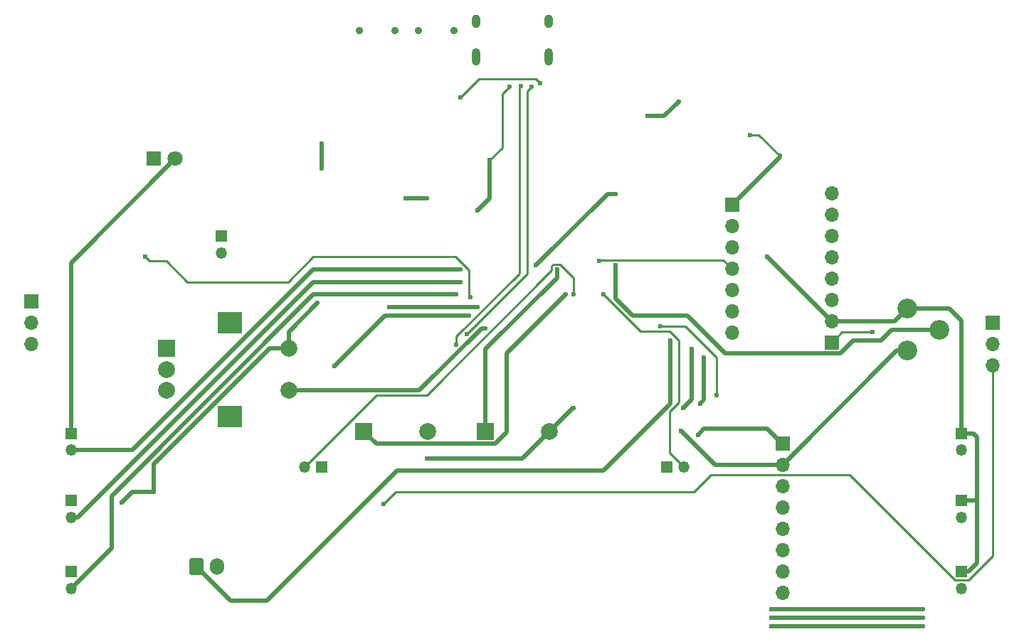
<source format=gbr>
%TF.GenerationSoftware,KiCad,Pcbnew,7.0.8*%
%TF.CreationDate,2023-10-07T23:20:30+02:00*%
%TF.ProjectId,FC_Wheel_PCB,46435f57-6865-4656-9c5f-5043422e6b69,rev?*%
%TF.SameCoordinates,Original*%
%TF.FileFunction,Copper,L2,Bot*%
%TF.FilePolarity,Positive*%
%FSLAX46Y46*%
G04 Gerber Fmt 4.6, Leading zero omitted, Abs format (unit mm)*
G04 Created by KiCad (PCBNEW 7.0.8) date 2023-10-07 23:20:30*
%MOMM*%
%LPD*%
G01*
G04 APERTURE LIST*
G04 Aperture macros list*
%AMRoundRect*
0 Rectangle with rounded corners*
0 $1 Rounding radius*
0 $2 $3 $4 $5 $6 $7 $8 $9 X,Y pos of 4 corners*
0 Add a 4 corners polygon primitive as box body*
4,1,4,$2,$3,$4,$5,$6,$7,$8,$9,$2,$3,0*
0 Add four circle primitives for the rounded corners*
1,1,$1+$1,$2,$3*
1,1,$1+$1,$4,$5*
1,1,$1+$1,$6,$7*
1,1,$1+$1,$8,$9*
0 Add four rect primitives between the rounded corners*
20,1,$1+$1,$2,$3,$4,$5,0*
20,1,$1+$1,$4,$5,$6,$7,0*
20,1,$1+$1,$6,$7,$8,$9,0*
20,1,$1+$1,$8,$9,$2,$3,0*%
G04 Aperture macros list end*
%TA.AperFunction,ComponentPad*%
%ADD10R,1.700000X1.700000*%
%TD*%
%TA.AperFunction,ComponentPad*%
%ADD11O,1.700000X1.700000*%
%TD*%
%TA.AperFunction,ComponentPad*%
%ADD12R,1.350000X1.350000*%
%TD*%
%TA.AperFunction,ComponentPad*%
%ADD13O,1.350000X1.350000*%
%TD*%
%TA.AperFunction,ComponentPad*%
%ADD14R,1.800000X1.800000*%
%TD*%
%TA.AperFunction,ComponentPad*%
%ADD15C,1.800000*%
%TD*%
%TA.AperFunction,ComponentPad*%
%ADD16C,0.900000*%
%TD*%
%TA.AperFunction,ComponentPad*%
%ADD17RoundRect,0.250000X-0.600000X-0.750000X0.600000X-0.750000X0.600000X0.750000X-0.600000X0.750000X0*%
%TD*%
%TA.AperFunction,ComponentPad*%
%ADD18O,1.700000X2.000000*%
%TD*%
%TA.AperFunction,ComponentPad*%
%ADD19R,2.000000X2.000000*%
%TD*%
%TA.AperFunction,ComponentPad*%
%ADD20C,2.000000*%
%TD*%
%TA.AperFunction,ComponentPad*%
%ADD21R,3.000000X2.500000*%
%TD*%
%TA.AperFunction,ComponentPad*%
%ADD22O,1.000000X1.600000*%
%TD*%
%TA.AperFunction,ComponentPad*%
%ADD23O,1.000000X2.100000*%
%TD*%
%TA.AperFunction,ComponentPad*%
%ADD24C,2.340000*%
%TD*%
%TA.AperFunction,ViaPad*%
%ADD25C,0.600000*%
%TD*%
%TA.AperFunction,Conductor*%
%ADD26C,0.250000*%
%TD*%
%TA.AperFunction,Conductor*%
%ADD27C,0.500000*%
%TD*%
G04 APERTURE END LIST*
D10*
%TO.P,J6,1,Pin_1*%
%TO.N,Earth*%
X156325000Y-91825000D03*
D11*
%TO.P,J6,2,Pin_2*%
%TO.N,+3V3*%
X156325000Y-94365000D03*
%TO.P,J6,3,Pin_3*%
%TO.N,VCC*%
X156325000Y-96905000D03*
%TO.P,J6,4,Pin_4*%
%TO.N,/IO42*%
X156325000Y-99445000D03*
%TO.P,J6,5,Pin_5*%
%TO.N,/IO14*%
X156325000Y-101985000D03*
%TO.P,J6,6,Pin_6*%
%TO.N,/SDA*%
X156325000Y-104525000D03*
%TO.P,J6,7,Pin_7*%
%TO.N,/SCL*%
X156325000Y-107065000D03*
%TD*%
D12*
%TO.P,BTN5,1,A*%
%TO.N,+3V3*%
X77675000Y-127025000D03*
D13*
%TO.P,BTN5,2,B*%
%TO.N,/BTN5*%
X77675000Y-129025000D03*
%TD*%
D14*
%TO.P,D1,1,K*%
%TO.N,Net-(D1-K)*%
X87520000Y-86340000D03*
D15*
%TO.P,D1,2,A*%
%TO.N,+3V3*%
X90060000Y-86340000D03*
%TD*%
D12*
%TO.P,PADDLE2,1,A*%
%TO.N,+3V3*%
X148575000Y-123025000D03*
D13*
%TO.P,PADDLE2,2,B*%
%TO.N,/L_PADDLE*%
X150575000Y-123025000D03*
%TD*%
D16*
%TO.P,S1,MH1,MH1*%
%TO.N,Earth*%
X123250000Y-71025000D03*
%TO.P,S1,MH2,MH2*%
X119000000Y-71025000D03*
%TD*%
D12*
%TO.P,BTN6,1,A*%
%TO.N,+3V3*%
X77675000Y-135525000D03*
D13*
%TO.P,BTN6,2,B*%
%TO.N,/BTN6*%
X77675000Y-137525000D03*
%TD*%
D17*
%TO.P,BT1,1,+*%
%TO.N,VCC*%
X92575000Y-134935000D03*
D18*
%TO.P,BT1,2,-*%
%TO.N,Net-(BT1--)*%
X95075000Y-134935000D03*
%TD*%
D10*
%TO.P,J2,1,Pin_1*%
%TO.N,Earth*%
X168175000Y-108235000D03*
D11*
%TO.P,J2,2,Pin_2*%
%TO.N,+3V3*%
X168175000Y-105695000D03*
%TO.P,J2,3,Pin_3*%
%TO.N,/SCK*%
X168175000Y-103155000D03*
%TO.P,J2,4,Pin_4*%
%TO.N,/MOSI*%
X168175000Y-100615000D03*
%TO.P,J2,5,Pin_5*%
%TO.N,unconnected-(J2-Pin_5-Pad5)*%
X168175000Y-98075000D03*
%TO.P,J2,6,Pin_6*%
%TO.N,unconnected-(J2-Pin_6-Pad6)*%
X168175000Y-95535000D03*
%TO.P,J2,7,Pin_7*%
%TO.N,unconnected-(J2-Pin_7-Pad7)*%
X168175000Y-92995000D03*
%TO.P,J2,8,Pin_8*%
%TO.N,/MISO*%
X168175000Y-90455000D03*
%TD*%
D12*
%TO.P,BTN3,1,A*%
%TO.N,+3V3*%
X183625000Y-135525000D03*
D13*
%TO.P,BTN3,2,B*%
%TO.N,/BTN3*%
X183625000Y-137525000D03*
%TD*%
D12*
%TO.P,PADDLE1,1,A*%
%TO.N,+3V3*%
X107475000Y-123025000D03*
D13*
%TO.P,PADDLE1,2,B*%
%TO.N,/R_PADDLE*%
X105475000Y-123025000D03*
%TD*%
D12*
%TO.P,BTN4,1,A*%
%TO.N,+3V3*%
X77675000Y-119025000D03*
D13*
%TO.P,BTN4,2,B*%
%TO.N,/BTN4*%
X77675000Y-121025000D03*
%TD*%
D12*
%TO.P,BTN2,1,A*%
%TO.N,+3V3*%
X183625000Y-127025000D03*
D13*
%TO.P,BTN2,2,B*%
%TO.N,/BTN2*%
X183625000Y-129025000D03*
%TD*%
D12*
%TO.P,BTN1,1,A*%
%TO.N,+3V3*%
X183625000Y-119025000D03*
D13*
%TO.P,BTN1,2,B*%
%TO.N,/BTN1*%
X183625000Y-121025000D03*
%TD*%
D10*
%TO.P,J4,1,Pin_1*%
%TO.N,Earth*%
X187325000Y-105825000D03*
D11*
%TO.P,J4,2,Pin_2*%
%TO.N,/L_TRIGGER*%
X187325000Y-108365000D03*
%TO.P,J4,3,Pin_3*%
%TO.N,+3V0*%
X187325000Y-110905000D03*
%TD*%
D19*
%TO.P,BZ2,1,-*%
%TO.N,/BUZZER_PIN2*%
X126975000Y-118825000D03*
D20*
%TO.P,BZ2,2,+*%
%TO.N,Earth*%
X134575000Y-118825000D03*
%TD*%
%TO.P,SW10,S2,S2*%
%TO.N,/ENC_SW*%
X103575000Y-113935000D03*
%TO.P,SW10,S1,S1*%
%TO.N,Earth*%
X103575000Y-108935000D03*
D21*
%TO.P,SW10,MP*%
%TO.N,N/C*%
X96575000Y-117035000D03*
X96575000Y-105835000D03*
D20*
%TO.P,SW10,C,C*%
%TO.N,Earth*%
X89075000Y-111435000D03*
%TO.P,SW10,B,B*%
%TO.N,/ENC_B*%
X89075000Y-113935000D03*
D19*
%TO.P,SW10,A,A*%
%TO.N,/ENC_A*%
X89075000Y-108935000D03*
%TD*%
D10*
%TO.P,J3,1,Pin_1*%
%TO.N,+3V3*%
X162325000Y-120235000D03*
D11*
%TO.P,J3,2,Pin_2*%
%TO.N,Earth*%
X162325000Y-122775000D03*
%TO.P,J3,3,Pin_3*%
%TO.N,/SCL*%
X162325000Y-125315000D03*
%TO.P,J3,4,Pin_4*%
%TO.N,/SDA*%
X162325000Y-127855000D03*
%TO.P,J3,5,Pin_5*%
%TO.N,unconnected-(J3-Pin_5-Pad5)*%
X162325000Y-130395000D03*
%TO.P,J3,6,Pin_6*%
%TO.N,unconnected-(J3-Pin_6-Pad6)*%
X162325000Y-132935000D03*
%TO.P,J3,7,Pin_7*%
%TO.N,unconnected-(J3-Pin_7-Pad7)*%
X162325000Y-135475000D03*
%TO.P,J3,8,Pin_8*%
%TO.N,unconnected-(J3-Pin_8-Pad8)*%
X162325000Y-138015000D03*
%TD*%
D22*
%TO.P,J1,S1,SHIELD*%
%TO.N,Earth*%
X125835000Y-69995000D03*
D23*
X125835000Y-74175000D03*
D22*
X134475000Y-69995000D03*
D23*
X134475000Y-74175000D03*
%TD*%
D16*
%TO.P,S2,MH1,MH1*%
%TO.N,Earth*%
X116250000Y-71026000D03*
%TO.P,S2,MH2,MH2*%
X112000000Y-71026000D03*
%TD*%
D19*
%TO.P,BZ1,1,-*%
%TO.N,/BUZZER_PIN1*%
X112475000Y-118775000D03*
D20*
%TO.P,BZ1,2,+*%
%TO.N,Earth*%
X120075000Y-118775000D03*
%TD*%
D10*
%TO.P,J5,1,Pin_1*%
%TO.N,Earth*%
X72975000Y-103325000D03*
D11*
%TO.P,J5,2,Pin_2*%
%TO.N,/R_TRIGGER*%
X72975000Y-105865000D03*
%TO.P,J5,3,Pin_3*%
%TO.N,+3V0*%
X72975000Y-108405000D03*
%TD*%
D13*
%TO.P,SW3,2,B*%
%TO.N,Net-(BT1--)*%
X95575000Y-97525000D03*
D12*
%TO.P,SW3,1,A*%
%TO.N,Earth*%
X95575000Y-95525000D03*
%TD*%
D24*
%TO.P,Volume1,1,1*%
%TO.N,+3V3*%
X177185000Y-104175000D03*
%TO.P,Volume1,2,2*%
%TO.N,/Volume_pot*%
X180985000Y-106675000D03*
%TO.P,Volume1,3,3*%
%TO.N,Earth*%
X177185000Y-109175000D03*
%TD*%
D25*
%TO.N,/IO42*%
X140500000Y-98500000D03*
%TO.N,/SDA*%
X150500000Y-116000000D03*
%TO.N,/SCL*%
X152500000Y-115500000D03*
X153000000Y-110000000D03*
%TO.N,/SDA*%
X151500000Y-109000000D03*
%TO.N,VCC*%
X149000000Y-108000000D03*
%TO.N,/BUZZER_PIN1*%
X136500000Y-102500000D03*
%TO.N,/BUZZER_PIN2*%
X135500000Y-99500000D03*
%TO.N,/R_PADDLE*%
X137500000Y-102500000D03*
%TO.N,+3V3*%
X152277978Y-119219216D03*
X142500000Y-90500000D03*
X160500000Y-98000000D03*
X120000000Y-91000000D03*
X133000000Y-99000000D03*
X117500000Y-91000000D03*
%TO.N,+5V*%
X146257719Y-81251514D03*
X150000000Y-79500000D03*
%TO.N,Net-(J1-CC1)*%
X124000000Y-79000000D03*
X133500000Y-77356183D03*
%TO.N,/USB_D+*%
X123500000Y-108500000D03*
X131197262Y-77698294D03*
%TO.N,/USB_D-*%
X132488142Y-77748233D03*
X124767658Y-107232341D03*
%TO.N,Earth*%
X126000000Y-92500000D03*
X107000000Y-103500000D03*
X137500000Y-116000000D03*
X83738804Y-127237695D03*
X120000000Y-122000000D03*
X127500000Y-86500000D03*
X150250000Y-118750000D03*
X129853746Y-77719275D03*
X162000000Y-86000000D03*
X158500000Y-83500000D03*
X107500000Y-84500000D03*
X173000000Y-107000000D03*
X87500000Y-126000000D03*
X107500000Y-87500000D03*
%TO.N,/ENC_A*%
X115500000Y-104000000D03*
X126000000Y-104000000D03*
%TO.N,/ENC_B*%
X125000000Y-105000000D03*
X109000000Y-111000000D03*
%TO.N,/BTN1*%
X161000000Y-142000000D03*
X179000000Y-142000000D03*
%TO.N,/BTN4*%
X124000000Y-99500000D03*
%TO.N,/BTN2*%
X161000000Y-141000000D03*
X179000000Y-141000000D03*
%TO.N,/BTN5*%
X124000000Y-101000000D03*
%TO.N,/BTN3*%
X161000000Y-140000000D03*
X179000000Y-140000000D03*
%TO.N,/BTN6*%
X123500000Y-102500000D03*
%TO.N,/ENC_SW*%
X127000000Y-106500000D03*
%TO.N,/L_PADDLE*%
X141000000Y-102500000D03*
%TO.N,+3V0*%
X114865908Y-127474522D03*
%TO.N,/L_TRIGGER*%
X147764791Y-106259538D03*
X154500000Y-114500000D03*
%TO.N,/R_TRIGGER*%
X86500000Y-98000000D03*
X125171235Y-102769139D03*
%TO.N,/Volume_pot*%
X142500000Y-99000000D03*
%TD*%
D26*
%TO.N,/IO42*%
X140625000Y-98375000D02*
X140500000Y-98500000D01*
X155255000Y-98375000D02*
X140625000Y-98375000D01*
X156325000Y-99445000D02*
X155255000Y-98375000D01*
D27*
%TO.N,/BUZZER_PIN1*%
X112475000Y-118775000D02*
X113975000Y-120275000D01*
X113975000Y-120275000D02*
X128161396Y-120275000D01*
X129500000Y-118936396D02*
X129500000Y-109500000D01*
X128161396Y-120275000D02*
X129500000Y-118936396D01*
X129500000Y-109500000D02*
X136500000Y-102500000D01*
%TO.N,VCC*%
X96640000Y-139000000D02*
X92575000Y-134935000D01*
X101000000Y-139000000D02*
X96640000Y-139000000D01*
X116500000Y-123500000D02*
X101000000Y-139000000D01*
X149000000Y-108000000D02*
X149000000Y-115500000D01*
X149000000Y-115500000D02*
X141000000Y-123500000D01*
X141000000Y-123500000D02*
X116500000Y-123500000D01*
D26*
%TO.N,/L_PADDLE*%
X145384538Y-106884538D02*
X141000000Y-102500000D01*
X148884538Y-106884538D02*
X145384538Y-106884538D01*
X148875000Y-121325000D02*
X148875000Y-116438172D01*
X148875000Y-116438172D02*
X150000000Y-115313172D01*
X150000000Y-108000000D02*
X148884538Y-106884538D01*
X150575000Y-123025000D02*
X148875000Y-121325000D01*
X150000000Y-115313172D02*
X150000000Y-108000000D01*
D27*
%TO.N,/SCL*%
X153000000Y-115000000D02*
X152500000Y-115500000D01*
X153000000Y-110000000D02*
X153000000Y-115000000D01*
%TO.N,/SDA*%
X151500000Y-115000000D02*
X151500000Y-109000000D01*
X150500000Y-116000000D02*
X151500000Y-115000000D01*
D26*
%TO.N,/L_TRIGGER*%
X150759538Y-106259538D02*
X147764791Y-106259538D01*
X154500000Y-110000000D02*
X150759538Y-106259538D01*
X154500000Y-114500000D02*
X154500000Y-110000000D01*
D27*
%TO.N,/Volume_pot*%
X170746396Y-108000000D02*
X169211396Y-109535000D01*
X174000000Y-108000000D02*
X170746396Y-108000000D01*
X151000000Y-105000000D02*
X144500000Y-105000000D01*
X175325000Y-106675000D02*
X174000000Y-108000000D01*
X142500000Y-103000000D02*
X142500000Y-99000000D01*
X155535000Y-109535000D02*
X151000000Y-105000000D01*
X180985000Y-106675000D02*
X175325000Y-106675000D01*
X169211396Y-109535000D02*
X155535000Y-109535000D01*
X144500000Y-105000000D02*
X142500000Y-103000000D01*
%TO.N,Earth*%
X162000000Y-86150000D02*
X162000000Y-86000000D01*
X156325000Y-91825000D02*
X162000000Y-86150000D01*
%TO.N,/BUZZER_PIN2*%
X126975000Y-109025000D02*
X126975000Y-118825000D01*
X135500000Y-99500000D02*
X135500000Y-100500000D01*
X135500000Y-100500000D02*
X126975000Y-109025000D01*
D26*
%TO.N,/R_PADDLE*%
X137500000Y-100500000D02*
X137500000Y-102500000D01*
X134875000Y-99625000D02*
X134875000Y-99125000D01*
X119990000Y-114510000D02*
X134875000Y-99625000D01*
X105475000Y-123025000D02*
X113990000Y-114510000D01*
X113990000Y-114510000D02*
X119990000Y-114510000D01*
X135125000Y-98875000D02*
X135875000Y-98875000D01*
X135875000Y-98875000D02*
X137500000Y-100500000D01*
X134875000Y-99125000D02*
X135125000Y-98875000D01*
D27*
%TO.N,+3V3*%
X184475000Y-135525000D02*
X183625000Y-135525000D01*
X175665000Y-105695000D02*
X177185000Y-104175000D01*
X183625000Y-127025000D02*
X185475000Y-127025000D01*
X162235000Y-120235000D02*
X162325000Y-120235000D01*
X152277978Y-119219216D02*
X152997194Y-118500000D01*
X183625000Y-119025000D02*
X185025000Y-119025000D01*
X160500000Y-98020000D02*
X168175000Y-105695000D01*
X185025000Y-119025000D02*
X185500000Y-119500000D01*
X152997194Y-118500000D02*
X160500000Y-118500000D01*
X117500000Y-91000000D02*
X120000000Y-91000000D01*
X182175000Y-104175000D02*
X183625000Y-105625000D01*
X185475000Y-127025000D02*
X185500000Y-127000000D01*
X160500000Y-118500000D02*
X162235000Y-120235000D01*
X142500000Y-90500000D02*
X141500000Y-90500000D01*
X168175000Y-105695000D02*
X175665000Y-105695000D01*
X160500000Y-98000000D02*
X160500000Y-98020000D01*
X185500000Y-134500000D02*
X184475000Y-135525000D01*
X183625000Y-105625000D02*
X183625000Y-119025000D01*
X141500000Y-90500000D02*
X133000000Y-99000000D01*
X185500000Y-119500000D02*
X185500000Y-127000000D01*
X77675000Y-119025000D02*
X77675000Y-98725000D01*
X185500000Y-127000000D02*
X185500000Y-134500000D01*
X177185000Y-104175000D02*
X182175000Y-104175000D01*
X77675000Y-98725000D02*
X90060000Y-86340000D01*
%TO.N,+5V*%
X148248486Y-81251514D02*
X150000000Y-79500000D01*
X146257719Y-81251514D02*
X148248486Y-81251514D01*
D26*
%TO.N,Net-(J1-CC1)*%
X132964061Y-76820244D02*
X126179756Y-76820244D01*
X126179756Y-76820244D02*
X124000000Y-79000000D01*
X133500000Y-77356183D02*
X132964061Y-76820244D01*
%TO.N,/USB_D+*%
X123500000Y-107500000D02*
X123500000Y-108500000D01*
X131025000Y-77870556D02*
X131025000Y-99975000D01*
X131197262Y-77698294D02*
X131025000Y-77870556D01*
X131025000Y-99975000D02*
X123500000Y-107500000D01*
%TO.N,/USB_D-*%
X132488142Y-77748233D02*
X132000000Y-78236375D01*
X132000000Y-100000000D02*
X124767658Y-107232341D01*
X132000000Y-78236375D02*
X132000000Y-100000000D01*
%TO.N,Earth*%
X129000000Y-85000000D02*
X127500000Y-86500000D01*
X129000000Y-78573021D02*
X129000000Y-85000000D01*
X159500000Y-83500000D02*
X158500000Y-83500000D01*
D27*
X101288604Y-108935000D02*
X87500000Y-122723604D01*
X87500000Y-122723604D02*
X87500000Y-126000000D01*
X127500000Y-86500000D02*
X127500000Y-91000000D01*
X83738804Y-127237695D02*
X83751962Y-127224537D01*
X103575000Y-108935000D02*
X101288604Y-108935000D01*
X87500000Y-126000000D02*
X84976499Y-126000000D01*
X107500000Y-87500000D02*
X107500000Y-84500000D01*
D26*
X129853746Y-77719275D02*
X129000000Y-78573021D01*
D27*
X127500000Y-91000000D02*
X126000000Y-92500000D01*
X175925000Y-109175000D02*
X162325000Y-122775000D01*
X134575000Y-118825000D02*
X131400000Y-122000000D01*
X103575000Y-106925000D02*
X103575000Y-108935000D01*
X137500000Y-116000000D02*
X137400000Y-116000000D01*
X137400000Y-116000000D02*
X134575000Y-118825000D01*
X177185000Y-109175000D02*
X175925000Y-109175000D01*
X107000000Y-103500000D02*
X103575000Y-106925000D01*
X131400000Y-122000000D02*
X120000000Y-122000000D01*
D26*
X162000000Y-86000000D02*
X159500000Y-83500000D01*
D27*
X154275000Y-122775000D02*
X162325000Y-122775000D01*
D26*
X168175000Y-108235000D02*
X169410000Y-107000000D01*
D27*
X84976499Y-126000000D02*
X83738804Y-127237695D01*
D26*
X169410000Y-107000000D02*
X173000000Y-107000000D01*
D27*
X150250000Y-118750000D02*
X154275000Y-122775000D01*
%TO.N,/ENC_A*%
X126000000Y-104000000D02*
X115500000Y-104000000D01*
%TO.N,/ENC_B*%
X115000000Y-105000000D02*
X125000000Y-105000000D01*
X109000000Y-111000000D02*
X115000000Y-105000000D01*
%TO.N,/BTN1*%
X161000000Y-142000000D02*
X179000000Y-142000000D01*
%TO.N,/BTN4*%
X77675000Y-121025000D02*
X84975000Y-121025000D01*
X84975000Y-121025000D02*
X106500000Y-99500000D01*
X106500000Y-99500000D02*
X124000000Y-99500000D01*
%TO.N,/BTN2*%
X161000000Y-141000000D02*
X179000000Y-141000000D01*
%TO.N,/BTN5*%
X78475000Y-129025000D02*
X103500000Y-104000000D01*
X77675000Y-129025000D02*
X78475000Y-129025000D01*
X106500000Y-101000000D02*
X124000000Y-101000000D01*
X103500000Y-104000000D02*
X106500000Y-101000000D01*
%TO.N,/BTN3*%
X161000000Y-140000000D02*
X179000000Y-140000000D01*
%TO.N,/BTN6*%
X123500000Y-102500000D02*
X106500000Y-102500000D01*
X82500000Y-132700000D02*
X77675000Y-137525000D01*
X106500000Y-102500000D02*
X82500000Y-126500000D01*
X82500000Y-126500000D02*
X82500000Y-132700000D01*
%TO.N,/ENC_SW*%
X103575000Y-113935000D02*
X119125661Y-113935000D01*
X119125661Y-113935000D02*
X126560661Y-106500000D01*
X126560661Y-106500000D02*
X127000000Y-106500000D01*
D26*
%TO.N,+3V0*%
X184434620Y-136525000D02*
X187325000Y-133634620D01*
X187325000Y-133634620D02*
X187325000Y-110905000D01*
X170290380Y-124000000D02*
X182815380Y-136525000D01*
X182815380Y-136525000D02*
X184434620Y-136525000D01*
X114865908Y-127474522D02*
X116304370Y-126036060D01*
X116304370Y-126036060D02*
X151758750Y-126036060D01*
X153794810Y-124000000D02*
X170290380Y-124000000D01*
X151758750Y-126036060D02*
X153794810Y-124000000D01*
%TO.N,/L_TRIGGER*%
X147764791Y-106259538D02*
X147759538Y-106259538D01*
X147759538Y-106259538D02*
X147750000Y-106250000D01*
%TO.N,/R_TRIGGER*%
X123383884Y-98000000D02*
X125000000Y-99616116D01*
X125171235Y-102780363D02*
X125160011Y-102769139D01*
X125000000Y-99616116D02*
X125000000Y-102609128D01*
X86500000Y-98000000D02*
X87020078Y-98520078D01*
X125160011Y-102769139D02*
X125171235Y-102769139D01*
X87020078Y-98520078D02*
X89020078Y-98520078D01*
X89020078Y-98520078D02*
X91500000Y-101000000D01*
X125171235Y-102769139D02*
X125171235Y-102780363D01*
X103500000Y-101000000D02*
X106500000Y-98000000D01*
X91500000Y-101000000D02*
X103500000Y-101000000D01*
X125000000Y-102609128D02*
X125160011Y-102769139D01*
X106500000Y-98000000D02*
X123383884Y-98000000D01*
%TD*%
M02*

</source>
